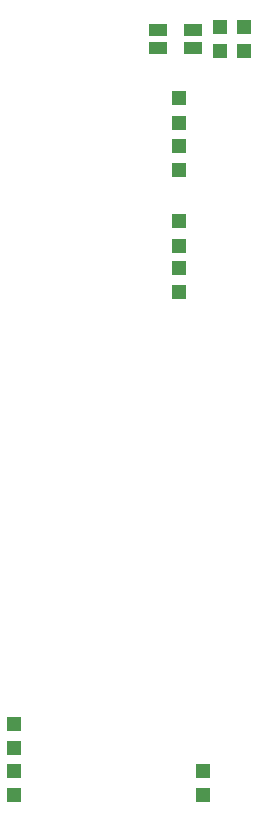
<source format=gbr>
G04 EAGLE Gerber RS-274X export*
G75*
%MOMM*%
%FSLAX34Y34*%
%LPD*%
%INSolderpaste Top*%
%IPPOS*%
%AMOC8*
5,1,8,0,0,1.08239X$1,22.5*%
G01*
%ADD10R,1.500000X1.100000*%
%ADD11R,1.200000X1.300000*%
%ADD12R,1.200000X1.200000*%
%ADD13R,1.300000X1.200000*%


D10*
X-958000Y337500D03*
X-928000Y337500D03*
X-928000Y322500D03*
X-958000Y322500D03*
D11*
X-884840Y340000D03*
X-905160Y340000D03*
X-884840Y320000D03*
X-905160Y320000D03*
D12*
X-940500Y176000D03*
X-940500Y155000D03*
D13*
X-940500Y135660D03*
X-940500Y115340D03*
X-940500Y239660D03*
X-940500Y219340D03*
D12*
X-940500Y280000D03*
X-940500Y259000D03*
X-920000Y-310500D03*
X-920000Y-289500D03*
D13*
X-1080000Y-249840D03*
X-1080000Y-270160D03*
D12*
X-1080000Y-310500D03*
X-1080000Y-289500D03*
M02*

</source>
